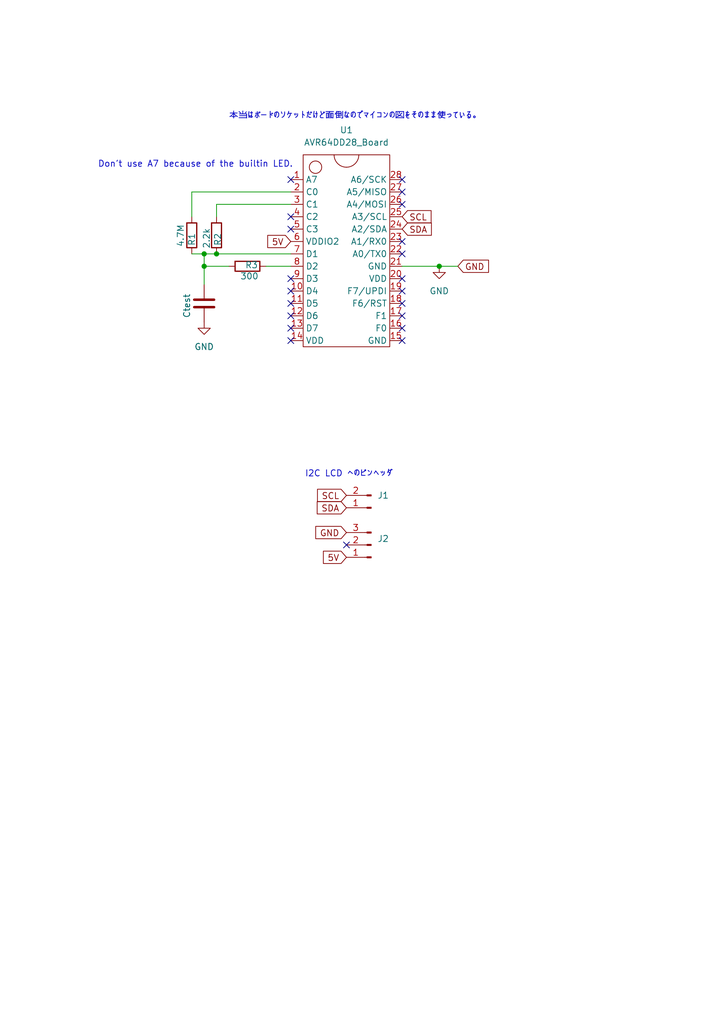
<source format=kicad_sch>
(kicad_sch (version 20250114) (generator "eeschema") (generator_version "9.0")
  (paper "A5" portrait)
  (lib_symbols
    (symbol "0Ore:AVR64DD28"
      (property "Reference" "U" (at 0 0 0))
      (symbol "AVR64DD28_0_1"
        (rectangle (start -8.89 40.64) (end 8.89 1.27))
        (circle (center -6.35 38.1) (radius 1.27))
        (arc (start 0 38.1) (mid -1.7961 38.8439) (end -2.54 40.64))
        (arc (start 2.54 40.64) (mid 1.7961 38.8439) (end 0 38.1))
      )
      (symbol "AVR64DD28_1_1"
        (pin input line (at -11.43 35.56 0) (length 2.54) (name "A7") (number "1"))
        (pin input line (at -11.43 33.02 0) (length 2.54) (name "C0") (number "2"))
        (pin input line (at -11.43 30.48 0) (length 2.54) (name "C1") (number "3"))
        (pin input line (at -11.43 27.94 0) (length 2.54) (name "C2") (number "4"))
        (pin input line (at -11.43 25.4 0) (length 2.54) (name "C3") (number "5"))
        (pin input line (at -11.43 22.86 0) (length 2.54) (name "VDDIO2") (number "6"))
        (pin input line (at -11.43 20.32 0) (length 2.54) (name "D1") (number "7"))
        (pin input line (at -11.43 17.78 0) (length 2.54) (name "D2") (number "8"))
        (pin input line (at -11.43 15.24 0) (length 2.54) (name "D3") (number "9"))
        (pin input line (at -11.43 12.7 0) (length 2.54) (name "D4") (number "10"))
        (pin input line (at -11.43 10.16 0) (length 2.54) (name "D5") (number "11"))
        (pin input line (at -11.43 7.62 0) (length 2.54) (name "D6") (number "12"))
        (pin input line (at -11.43 5.08 0) (length 2.54) (name "D7") (number "13"))
        (pin input line (at -11.43 2.54 0) (length 2.54) (name "VDD") (number "14"))
        (pin input line (at 11.43 35.56 180) (length 2.54) (name "A6/SCK") (number "28"))
        (pin input line (at 11.43 33.02 180) (length 2.54) (name "A5/MISO") (number "27"))
        (pin input line (at 11.43 30.48 180) (length 2.54) (name "A4/MOSI") (number "26"))
        (pin input line (at 11.43 27.94 180) (length 2.54) (name "A3/SCL") (number "25"))
        (pin input line (at 11.43 25.4 180) (length 2.54) (name "A2/SDA") (number "24"))
        (pin input line (at 11.43 22.86 180) (length 2.54) (name "A1/RX0") (number "23"))
        (pin input line (at 11.43 20.32 180) (length 2.54) (name "A0/TX0") (number "22"))
        (pin input line (at 11.43 17.78 180) (length 2.54) (name "GND") (number "21"))
        (pin input line (at 11.43 15.24 180) (length 2.54) (name "VDD") (number "20"))
        (pin input line (at 11.43 12.7 180) (length 2.54) (name "F7/UPDI") (number "19"))
        (pin input line (at 11.43 10.16 180) (length 2.54) (name "F6/RST") (number "18"))
        (pin input line (at 11.43 7.62 180) (length 2.54) (name "F1") (number "17"))
        (pin input line (at 11.43 5.08 180) (length 2.54) (name "F0") (number "16"))
        (pin input line (at 11.43 2.54 180) (length 2.54) (name "GND") (number "15"))
      )
    )
    (symbol "Connector:Conn_01x02_Pin" (pin_names (offset 1.016) (hide yes))
      (property "Reference" "J" (at 0 2.54 0))
      (property "Value" "Conn_01x02_Pin" (at 0 -5.08 0))
      (symbol "Conn_01x02_Pin_1_1"
        (rectangle (start 0.8636 0.127) (end 0 -0.127) (stroke (width 0.1524)) (fill (type outline)))
        (rectangle (start 0.8636 -2.413) (end 0 -2.667) (stroke (width 0.1524)) (fill (type outline)))
        (polyline (pts (xy 1.27 0) (xy 0.8636 0)) (stroke (width 0.1524)))
        (polyline (pts (xy 1.27 -2.54) (xy 0.8636 -2.54)) (stroke (width 0.1524)))
        (pin passive line (at 5.08 0 180) (length 3.81) (name "Pin_1") (number "1"))
        (pin passive line (at 5.08 -2.54 180) (length 3.81) (name "Pin_2") (number "2"))
      )
    )
    (symbol "Connector:Conn_01x03_Pin" (pin_names (offset 1.016) (hide yes))
      (property "Reference" "J" (at 0 5.08 0))
      (property "Value" "Conn_01x03_Pin" (at 0 -5.08 0))
      (symbol "Conn_01x03_Pin_1_1"
        (rectangle (start 0.8636 2.667) (end 0 2.413) (stroke (width 0.1524)) (fill (type outline)))
        (rectangle (start 0.8636 0.127) (end 0 -0.127) (stroke (width 0.1524)) (fill (type outline)))
        (rectangle (start 0.8636 -2.413) (end 0 -2.667) (stroke (width 0.1524)) (fill (type outline)))
        (polyline (pts (xy 1.27 2.54) (xy 0.8636 2.54)) (stroke (width 0.1524)))
        (polyline (pts (xy 1.27 0) (xy 0.8636 0)) (stroke (width 0.1524)))
        (polyline (pts (xy 1.27 -2.54) (xy 0.8636 -2.54)) (stroke (width 0.1524)))
        (pin passive line (at 5.08 2.54 180) (length 3.81) (name "Pin_1") (number "1"))
        (pin passive line (at 5.08 0 180) (length 3.81) (name "Pin_2") (number "2"))
        (pin passive line (at 5.08 -2.54 180) (length 3.81) (name "Pin_3") (number "3"))
      )
    )
    (symbol "Device:C" (pin_numbers (hide yes)) (pin_names (offset 0.254))
      (property "Reference" "C" (at 0.635 2.54 0))
      (property "Value" "C" (at 0.635 -2.54 0))
      (symbol "C_0_1"
        (polyline (pts (xy -2.032 0.762) (xy 2.032 0.762)) (stroke (width 0.508)))
        (polyline (pts (xy -2.032 -0.762) (xy 2.032 -0.762)) (stroke (width 0.508)))
      )
      (symbol "C_1_1"
        (pin passive line (at 0 3.81 270) (length 2.794) (name "~") (number "1"))
        (pin passive line (at 0 -3.81 90) (length 2.794) (name "~") (number "2"))
      )
    )
    (symbol "Device:R" (pin_numbers (hide yes)) (pin_names (offset 0))
      (property "Reference" "R" (at 2.032 0 90))
      (property "Value" "R" (at 0 0 90))
      (symbol "R_0_1"
        (rectangle (start -1.016 -2.54) (end 1.016 2.54) (stroke (width 0.254)))
      )
      (symbol "R_1_1"
        (pin passive line (at 0 3.81 270) (length 1.27) (name "~") (number "1"))
        (pin passive line (at 0 -3.81 90) (length 1.27) (name "~") (number "2"))
      )
    )
    (symbol "power:GND" (power) (pin_numbers (hide yes)) (pin_names (offset 0) (hide yes))
      (property "Value" "GND" (at 0 -3.81 0))
      (symbol "GND_0_1"
        (polyline (pts (xy 0 0) (xy 0 -1.27) (xy 1.27 -1.27) (xy 0 -2.54) (xy -1.27 -1.27) (xy 0 -1.27)))
      )
      (symbol "GND_1_1"
        (pin power_in line (at 0 0 270) (length 0) (name "~") (number "1"))
      )
    )
  )
  (text "Don't use A7 because of the builtin LED." (at 40.132 33.782 0) (effects (font (size 1.27 1.27))))
  (text "I2C LCD へのピンヘッダ" (at 71.628 97.282 0) (effects (font (size 1.27 1.27))))
  (text "本当はボードのソケットだけど面倒なのでマイコンの図をそのまま使っている。" (at 72.644 23.876 0) (effects (font (size 1.27 1.27))))
  (junction (at 44.45 52.07))
  (junction (at 41.91 52.07))
  (junction (at 90.17 54.61))
  (junction (at 41.91 54.61))
  (no_connect (at 82.55 59.69))
  (no_connect (at 59.69 62.23))
  (no_connect (at 82.55 49.53))
  (no_connect (at 82.55 67.31))
  (no_connect (at 82.55 57.15))
  (no_connect (at 82.55 64.77))
  (no_connect (at 82.55 36.83))
  (no_connect (at 82.55 39.37))
  (no_connect (at 59.69 64.77))
  (no_connect (at 59.69 46.99))
  (no_connect (at 82.55 41.91))
  (no_connect (at 82.55 52.07))
  (no_connect (at 59.69 44.45))
  (no_connect (at 59.69 67.31))
  (no_connect (at 71.12 111.76))
  (no_connect (at 59.69 36.83))
  (no_connect (at 82.55 69.85))
  (no_connect (at 59.69 59.69))
  (no_connect (at 82.55 62.23))
  (no_connect (at 59.69 57.15))
  (no_connect (at 59.69 69.85))
  (wire (pts (xy 54.61 54.61) (xy 59.69 54.61)))
  (wire (pts (xy 39.37 52.07) (xy 41.91 52.07)))
  (wire (pts (xy 44.45 41.91) (xy 59.69 41.91)))
  (wire (pts (xy 93.98 54.61) (xy 90.17 54.61)))
  (wire (pts (xy 39.37 44.45) (xy 39.37 39.37)))
  (wire (pts (xy 44.45 41.91) (xy 44.45 44.45)))
  (wire (pts (xy 44.45 52.07) (xy 59.69 52.07)))
  (wire (pts (xy 41.91 54.61) (xy 46.99 54.61)))
  (wire (pts (xy 90.17 54.61) (xy 82.55 54.61)))
  (wire (pts (xy 39.37 39.37) (xy 59.69 39.37)))
  (wire (pts (xy 41.91 54.61) (xy 41.91 52.07)))
  (wire (pts (xy 41.91 58.42) (xy 41.91 54.61)))
  (wire (pts (xy 41.91 52.07) (xy 44.45 52.07)))
  (global_label "SCL" (shape input) (at 82.55 44.45 0) (property "Intersheetrefs" "${INTERSHEET_REFS}" (effects (hide yes))))
  (global_label "SCL" (shape input) (at 71.12 101.6 180) (property "Intersheetrefs" "${INTERSHEET_REFS}" (effects (hide yes))))
  (global_label "SDA" (shape input) (at 82.55 46.99 0) (property "Intersheetrefs" "${INTERSHEET_REFS}" (effects (hide yes))))
  (global_label "GND" (shape input) (at 93.98 54.61 0) (property "Intersheetrefs" "${INTERSHEET_REFS}" (effects (hide yes))))
  (global_label "5V" (shape input) (at 59.69 49.53 180) (property "Intersheetrefs" "${INTERSHEET_REFS}" (effects (hide yes))))
  (global_label "5V" (shape input) (at 71.12 114.3 180) (property "Intersheetrefs" "${INTERSHEET_REFS}" (effects (hide yes))))
  (global_label "GND" (shape input) (at 71.12 109.22 180) (property "Intersheetrefs" "${INTERSHEET_REFS}" (effects (hide yes))))
  (global_label "SDA" (shape input) (at 71.12 104.14 180) (property "Intersheetrefs" "${INTERSHEET_REFS}" (effects (hide yes))))
  (symbol (lib_id "Device:C") (at 41.91 62.23 180) (unit 1)
    (property "Reference" "Ctest" (at 38.354 60.198 90) (effects (justify left)))
    (property "Value" "Any" (effects (hide yes)))
  )
  (symbol (lib_id "Device:R") (at 39.37 48.26 180) (unit 1)
    (property "Reference" "R1" (at 39.37 47.752 90) (effects (justify left)))
    (property "Value" "4.7M" (at 37.084 45.974 90) (effects (justify left)))
  )
  (symbol (lib_id "Device:R") (at 50.8 54.61 270) (unit 1)
    (property "Reference" "R3" (at 50.292 54.356 90) (effects (justify left)))
    (property "Value" "300" (at 49.276 56.642 90) (effects (justify left)))
  )
  (symbol (lib_id "0Ore:AVR64DD28") (at 71.12 72.39 0) (unit 1)
    (property "Reference" "U1" (at 71.12 26.67 0))
    (property "Value" "AVR64DD28_Board" (at 71.12 29.21 0))
  )
  (symbol (lib_id "Device:R") (at 44.45 48.26 180) (unit 1)
    (property "Reference" "R2" (at 44.704 47.752 90) (effects (justify left)))
    (property "Value" "2.2k" (at 42.418 46.736 90) (effects (justify left)))
  )
  (symbol (lib_id "power:GND") (at 41.91 66.04 0) (unit 1)
    (property "Reference" "#PWR02" (effects (hide yes)))
    (property "Value" "GND" (at 41.91 71.12 0))
    (property "Description" "Power symbol creates a global label with name \"GND\" , ground" (effects (hide yes)))
  )
  (symbol (lib_id "Connector:Conn_01x03_Pin") (at 76.2 111.76 180) (unit 1)
    (property "Reference" "J2" (at 77.47 110.4899 0) (effects (justify right)))
    (property "Value" "Conn_01x03_Pin" (effects (hide yes)))
    (property "Description" "Generic connector, single row, 01x03, script generated" (effects (hide yes)))
  )
  (symbol (lib_id "Connector:Conn_01x02_Pin") (at 76.2 104.14 180) (unit 1)
    (property "Reference" "J1" (at 77.47 101.5999 0) (effects (justify right)))
    (property "Value" "Conn_01x02_Pin" (effects (hide yes)))
    (property "Description" "Generic connector, single row, 01x02, script generated" (effects (hide yes)))
  )
  (symbol (lib_id "power:GND") (at 90.17 54.61 0) (unit 1)
    (property "Reference" "#PWR01" (effects (hide yes)))
    (property "Value" "GND" (at 90.17 59.69 0))
    (property "Description" "Power symbol creates a global label with name \"GND\" , ground" (effects (hide yes)))
  )
)
</source>
